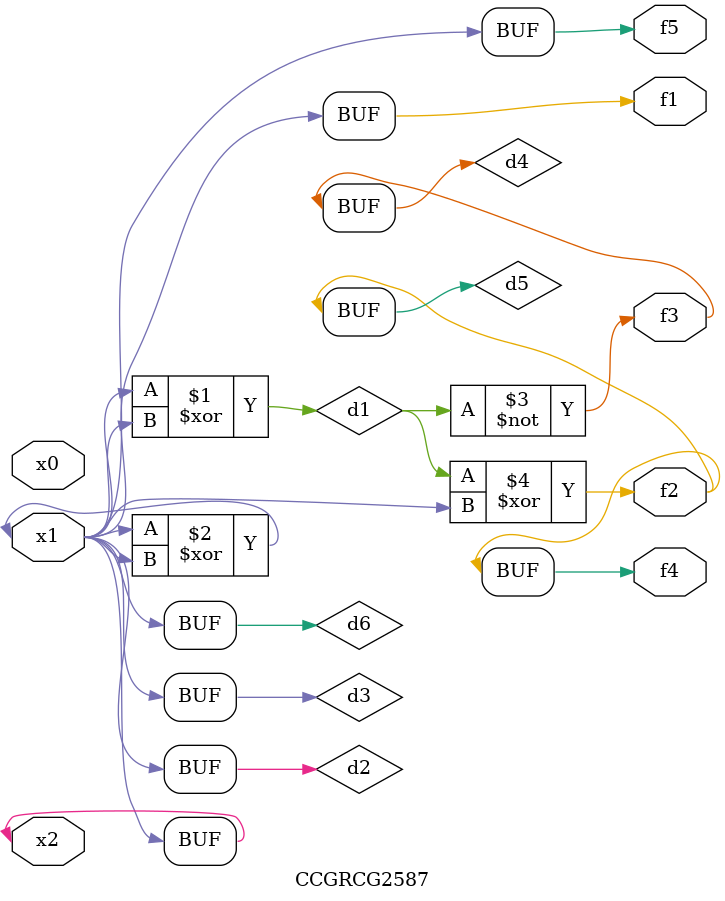
<source format=v>
module CCGRCG2587(
	input x0, x1, x2,
	output f1, f2, f3, f4, f5
);

	wire d1, d2, d3, d4, d5, d6;

	xor (d1, x1, x2);
	buf (d2, x1, x2);
	xor (d3, x1, x2);
	nor (d4, d1);
	xor (d5, d1, d2);
	buf (d6, d2, d3);
	assign f1 = d6;
	assign f2 = d5;
	assign f3 = d4;
	assign f4 = d5;
	assign f5 = d6;
endmodule

</source>
